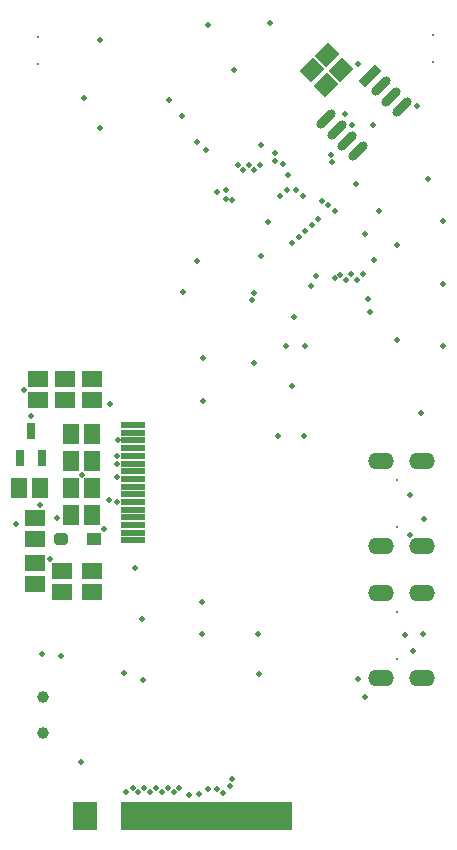
<source format=gbs>
G04*
G04 #@! TF.GenerationSoftware,Altium Limited,Altium Designer,21.2.2 (38)*
G04*
G04 Layer_Color=16711935*
%FSLAX24Y24*%
%MOIN*%
G70*
G04*
G04 #@! TF.SameCoordinates,13F91C56-90A4-4746-9D45-15C4089C9FE9*
G04*
G04*
G04 #@! TF.FilePolarity,Negative*
G04*
G01*
G75*
%ADD64R,0.0659X0.0537*%
%ADD66R,0.0537X0.0659*%
G04:AMPARAMS|DCode=72|XSize=47.4mil|YSize=39.5mil|CornerRadius=0mil|HoleSize=0mil|Usage=FLASHONLY|Rotation=180.000|XOffset=0mil|YOffset=0mil|HoleType=Round|Shape=Octagon|*
%AMOCTAGOND72*
4,1,8,-0.0237,0.0099,-0.0237,-0.0099,-0.0138,-0.0197,0.0138,-0.0197,0.0237,-0.0099,0.0237,0.0099,0.0138,0.0197,-0.0138,0.0197,-0.0237,0.0099,0.0*
%
%ADD72OCTAGOND72*%

%ADD73R,0.0474X0.0395*%
%ADD75R,0.0277X0.0552*%
G04:AMPARAMS|DCode=82|XSize=53.7mil|YSize=65.9mil|CornerRadius=0mil|HoleSize=0mil|Usage=FLASHONLY|Rotation=135.000|XOffset=0mil|YOffset=0mil|HoleType=Round|Shape=Rectangle|*
%AMROTATEDRECTD82*
4,1,4,0.0423,0.0043,-0.0043,-0.0423,-0.0423,-0.0043,0.0043,0.0423,0.0423,0.0043,0.0*
%
%ADD82ROTATEDRECTD82*%

%ADD89C,0.0395*%
%ADD90O,0.0867X0.0552*%
%ADD91C,0.0080*%
%ADD92C,0.0198*%
%ADD103R,0.0787X0.0217*%
%ADD104R,0.0218X0.0940*%
%ADD105R,0.0810X0.0940*%
G04:AMPARAMS|DCode=106|XSize=29.7mil|YSize=78.9mil|CornerRadius=0mil|HoleSize=0mil|Usage=FLASHONLY|Rotation=135.000|XOffset=0mil|YOffset=0mil|HoleType=Round|Shape=Round|*
%AMOVALD106*
21,1,0.0492,0.0297,0.0000,0.0000,225.0*
1,1,0.0297,0.0174,0.0174*
1,1,0.0297,-0.0174,-0.0174*
%
%ADD106OVALD106*%

G04:AMPARAMS|DCode=107|XSize=29.7mil|YSize=78.9mil|CornerRadius=0mil|HoleSize=0mil|Usage=FLASHONLY|Rotation=135.000|XOffset=0mil|YOffset=0mil|HoleType=Round|Shape=Rectangle|*
%AMROTATEDRECTD107*
4,1,4,0.0384,0.0174,-0.0174,-0.0384,-0.0384,-0.0174,0.0174,0.0384,0.0384,0.0174,0.0*
%
%ADD107ROTATEDRECTD107*%

D64*
X1350Y5900D02*
D03*
Y6600D02*
D03*
X2250Y5650D02*
D03*
Y6350D02*
D03*
X3250Y5650D02*
D03*
Y6350D02*
D03*
X1350Y7400D02*
D03*
Y8100D02*
D03*
X2350Y12049D02*
D03*
Y12750D02*
D03*
X3250Y12049D02*
D03*
Y12750D02*
D03*
X1450Y12049D02*
D03*
Y12750D02*
D03*
D66*
X800Y9100D02*
D03*
X1501D02*
D03*
X3250D02*
D03*
X2549D02*
D03*
X2550Y10900D02*
D03*
X3250D02*
D03*
X2550Y10000D02*
D03*
X3250D02*
D03*
X2550Y8200D02*
D03*
X3251D02*
D03*
D72*
X2199Y7400D02*
D03*
D73*
X3301D02*
D03*
D75*
X1574Y10100D02*
D03*
X1200Y11000D02*
D03*
X826Y10100D02*
D03*
D82*
X11050Y22550D02*
D03*
X10554Y23046D02*
D03*
X11052Y23548D02*
D03*
X11548Y23052D02*
D03*
D89*
X1600Y2141D02*
D03*
Y959D02*
D03*
D90*
X12884Y2785D02*
D03*
Y5620D02*
D03*
X14250D02*
D03*
Y2785D02*
D03*
Y7183D02*
D03*
Y10017D02*
D03*
X12884D02*
D03*
Y7183D02*
D03*
D91*
X13396Y3415D02*
D03*
Y4990D02*
D03*
Y9387D02*
D03*
Y7813D02*
D03*
X1450Y23247D02*
D03*
Y24153D02*
D03*
X14600Y24203D02*
D03*
Y23297D02*
D03*
D92*
X9160Y24600D02*
D03*
X7100Y24530D02*
D03*
X2962Y22111D02*
D03*
X5795Y22055D02*
D03*
X6741Y16684D02*
D03*
X8619Y15621D02*
D03*
X7020Y20380D02*
D03*
X4942Y2708D02*
D03*
X6814Y-1099D02*
D03*
X6455Y-1119D02*
D03*
X4059Y8651D02*
D03*
X3804Y8696D02*
D03*
X7699Y19042D02*
D03*
X7390Y18989D02*
D03*
X8880Y16851D02*
D03*
X12797Y18339D02*
D03*
X13400Y17200D02*
D03*
X13400Y14060D02*
D03*
X11107Y18529D02*
D03*
X10119Y17485D02*
D03*
X9912Y17268D02*
D03*
X10556Y17877D02*
D03*
X10770Y18070D02*
D03*
X12485Y14974D02*
D03*
X10257Y18834D02*
D03*
X10050Y19050D02*
D03*
X9738Y19056D02*
D03*
X9752Y19544D02*
D03*
X9339Y20011D02*
D03*
X9500Y18850D02*
D03*
X10917Y18695D02*
D03*
X9600Y19909D02*
D03*
X8864Y20549D02*
D03*
X9323Y20292D02*
D03*
X7404Y-914D02*
D03*
X7603Y-1044D02*
D03*
X6916Y5300D02*
D03*
Y4250D02*
D03*
X7115Y-921D02*
D03*
X8583Y15384D02*
D03*
X8630Y13269D02*
D03*
X7821Y-818D02*
D03*
X7901Y-594D02*
D03*
X5572Y-1037D02*
D03*
X5171Y-1036D02*
D03*
X4380Y-1035D02*
D03*
X4784D02*
D03*
X5962Y-1032D02*
D03*
X4976Y-889D02*
D03*
X700Y7900D02*
D03*
X958Y12378D02*
D03*
X1207Y11517D02*
D03*
X1500Y8550D02*
D03*
X1559Y3584D02*
D03*
X1821Y6742D02*
D03*
X2077Y8101D02*
D03*
X2200Y3500D02*
D03*
X2882Y-11D02*
D03*
X2900Y9550D02*
D03*
X3633Y7739D02*
D03*
X3850Y11900D02*
D03*
X4058Y9913D02*
D03*
X4060Y9473D02*
D03*
X4080Y10185D02*
D03*
X4090Y10696D02*
D03*
X4300Y2950D02*
D03*
X4591Y-884D02*
D03*
X4675Y6438D02*
D03*
X4900Y4739D02*
D03*
X5380Y-889D02*
D03*
X5761Y-873D02*
D03*
X6149Y-888D02*
D03*
X8785Y2914D02*
D03*
X12103Y2748D02*
D03*
X12350Y2150D02*
D03*
X13680Y4207D02*
D03*
X13940Y3673D02*
D03*
X6950Y12000D02*
D03*
X8768Y4257D02*
D03*
X9450Y10850D02*
D03*
X9904Y12499D02*
D03*
X10300Y10848D02*
D03*
X13850Y7550D02*
D03*
Y8875D02*
D03*
X14200Y11600D02*
D03*
X14259Y4261D02*
D03*
X14288Y8088D02*
D03*
X6950Y13450D02*
D03*
X9700Y13850D02*
D03*
X6260Y15643D02*
D03*
X9108Y17995D02*
D03*
X7903Y18715D02*
D03*
X7685Y18756D02*
D03*
X3500Y21100D02*
D03*
X3511Y24049D02*
D03*
X6250Y21500D02*
D03*
X6750Y20650D02*
D03*
X7971Y23039D02*
D03*
X8098Y19872D02*
D03*
X8278Y19723D02*
D03*
X8458Y19881D02*
D03*
X8642Y19714D02*
D03*
X8820Y19870D02*
D03*
X9972Y14828D02*
D03*
X10350Y17680D02*
D03*
X10340Y13856D02*
D03*
X10520Y15837D02*
D03*
X10700Y16165D02*
D03*
X11320Y16096D02*
D03*
X11351Y18346D02*
D03*
X11503Y16217D02*
D03*
X11688Y16044D02*
D03*
X11868Y16246D02*
D03*
X12021Y19229D02*
D03*
X12081Y16042D02*
D03*
X12271Y16237D02*
D03*
X12347Y17569D02*
D03*
X12451Y15398D02*
D03*
X12650Y16700D02*
D03*
X14450Y19400D02*
D03*
X14945Y18020D02*
D03*
X14948Y15917D02*
D03*
X14950Y13850D02*
D03*
X11200Y20200D02*
D03*
X11230Y19970D02*
D03*
X11676Y21574D02*
D03*
X11897Y21223D02*
D03*
X12100Y23250D02*
D03*
X12595Y21215D02*
D03*
X14074Y21838D02*
D03*
D103*
X4600Y7369D02*
D03*
Y7625D02*
D03*
Y7881D02*
D03*
Y8136D02*
D03*
Y8392D02*
D03*
Y8648D02*
D03*
Y8904D02*
D03*
Y9160D02*
D03*
Y9416D02*
D03*
Y9672D02*
D03*
Y9928D02*
D03*
Y10184D02*
D03*
Y10440D02*
D03*
Y10696D02*
D03*
Y10951D02*
D03*
Y11207D02*
D03*
D104*
X9810Y-1810D02*
D03*
X8420D02*
D03*
X8620D02*
D03*
X8820D02*
D03*
X9020D02*
D03*
X9210D02*
D03*
X9410D02*
D03*
X9610D02*
D03*
X7050D02*
D03*
X7250D02*
D03*
X7440D02*
D03*
X7640D02*
D03*
X7840D02*
D03*
X8030D02*
D03*
X8230D02*
D03*
X6650D02*
D03*
X6850D02*
D03*
X5480D02*
D03*
X6260D02*
D03*
X5670D02*
D03*
X6460D02*
D03*
X4290D02*
D03*
X4490D02*
D03*
X4890D02*
D03*
X5280D02*
D03*
X5870D02*
D03*
X4690D02*
D03*
X5080D02*
D03*
X6070D02*
D03*
D105*
X3014Y-1810D02*
D03*
D106*
X11039Y21400D02*
D03*
X12100Y20339D02*
D03*
X11746Y20692D02*
D03*
X11392Y21046D02*
D03*
X13561Y21800D02*
D03*
X12854Y22508D02*
D03*
X13208Y22154D02*
D03*
D107*
X12500Y22861D02*
D03*
M02*

</source>
